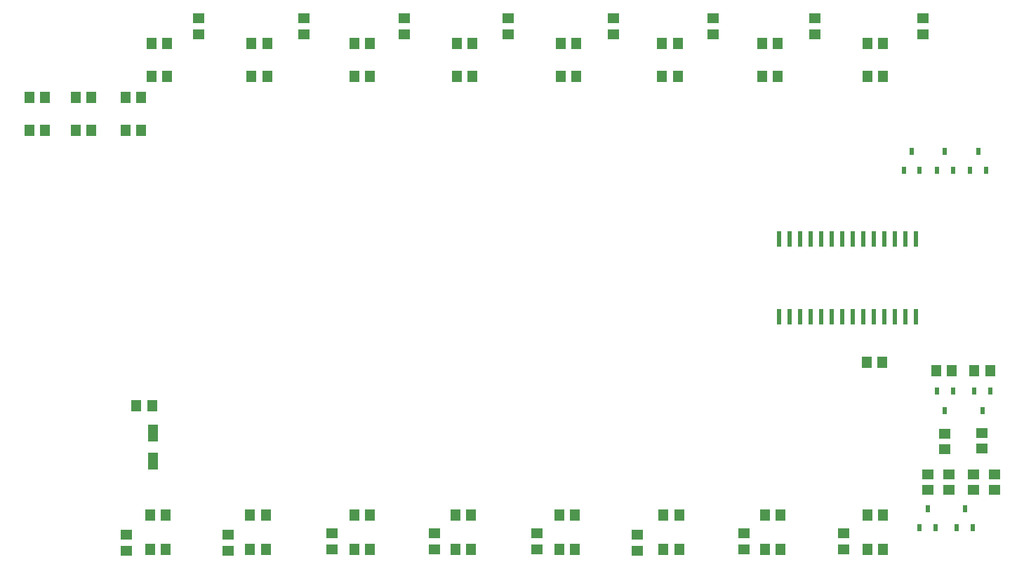
<source format=gbr>
G04 DipTrace 3.3.1.3*
G04 TopPaste.gbr*
%MOIN*%
G04 #@! TF.FileFunction,Paste,Top*
G04 #@! TF.Part,Single*
%ADD47R,0.019622X0.07474*%
%ADD51R,0.055055X0.047181*%
%ADD63R,0.021591X0.037339*%
%ADD65R,0.051118X0.084583*%
%ADD67R,0.047181X0.055055*%
%FSLAX26Y26*%
G04*
G70*
G90*
G75*
G01*
G04 TopPaste*
%LPD*%
D67*
X4527874Y1732598D3*
X4453071D3*
X984567Y1525906D3*
X1059370D3*
D65*
X1063307Y1397953D3*
Y1264094D3*
D67*
X1131319Y3250266D3*
X1056516D3*
X1606319D3*
X1531516D3*
X2093819Y3250265D3*
X2019016D3*
X2581319Y3250266D3*
X2506516D3*
X3075070D3*
X3000266D3*
X3556319D3*
X3481516D3*
X4031319Y3250265D3*
X3956516D3*
X4531319Y3250266D3*
X4456516D3*
X1050266Y844016D3*
X1125070D3*
X1525276D3*
X1600079D3*
X2019016D3*
X2093819D3*
X2500266D3*
X2575070D3*
X2994016D3*
X3068819D3*
X3487776D3*
X3562579D3*
X3969016D3*
X4043819D3*
X4456535D3*
X4531339D3*
D63*
X4787717Y2645984D3*
X4862520D3*
X4825118Y2736535D3*
X4945197Y2645984D3*
X5020000D3*
X4982598Y2736535D3*
X4630236Y2645984D3*
X4705039D3*
X4667638Y2736535D3*
D67*
X1008189Y2992441D3*
X933386D3*
X771969D3*
X697165D3*
X551496D3*
X476693D3*
D63*
X5039685Y1594803D3*
X4964882D3*
X5002283Y1504252D3*
X4862520Y1594803D3*
X4787717D3*
X4825118Y1504252D3*
X4882205Y945197D3*
X4957008D3*
X4919606Y1035748D3*
X4705039Y945197D3*
X4779843D3*
X4742441Y1035748D3*
D51*
X1281516Y3369016D3*
Y3294213D3*
X1781535Y3369016D3*
Y3294213D3*
X2256535Y3369016D3*
Y3294213D3*
X2750276Y3369016D3*
Y3294213D3*
X3250265Y3369016D3*
Y3294213D3*
X3725266Y3369016D3*
Y3294213D3*
X4206516Y3369016D3*
Y3294213D3*
X4719016Y3369016D3*
Y3294213D3*
X937766Y837766D3*
Y912570D3*
X1419016Y837766D3*
Y912570D3*
X1912766Y844016D3*
Y918819D3*
X2400265Y844016D3*
Y918819D3*
X2887766Y844016D3*
Y918819D3*
X3362766Y837766D3*
Y912570D3*
X3869016Y844016D3*
Y918819D3*
X4344016Y844016D3*
Y918819D3*
D67*
X551496Y2834961D3*
X476693D3*
X5039685Y1693228D3*
X4964882D3*
D51*
X5000315Y1323150D3*
Y1397953D3*
D67*
X4858583Y1693228D3*
X4783780D3*
D51*
X4823150Y1319213D3*
Y1394016D3*
X5059370Y1201102D3*
Y1126299D3*
X4960945Y1201102D3*
Y1126299D3*
X4842835Y1201102D3*
Y1126299D3*
X4744409Y1201102D3*
Y1126299D3*
D67*
X771969Y2834961D3*
X697165D3*
X1008189D3*
X933386D3*
X1056516Y3094016D3*
X1131319D3*
X1606319D3*
X1531516D3*
X2094016D3*
X2019213D3*
X2581319D3*
X2506516D3*
X3075070D3*
X3000266D3*
X3556319D3*
X3481516D3*
X4031319D3*
X3956516D3*
X4531319D3*
X4456516D3*
X1050266Y1006516D3*
X1125070D3*
X1525266D3*
X1600070D3*
X2019016D3*
X2093819D3*
X2500247D3*
X2575050D3*
X2994016D3*
X3068819D3*
X3487766D3*
X3562570D3*
X3969016D3*
X4043819D3*
X4456516D3*
X4531319D3*
D47*
X4035748Y1949134D3*
X4085748D3*
X4135748D3*
X4185748D3*
X4235748D3*
X4285748D3*
X4335748D3*
X4385748D3*
X4435748D3*
X4485748D3*
X4535748D3*
X4585748D3*
X4635748D3*
X4685748D3*
Y2319213D3*
X4635748D3*
X4585748D3*
X4535748D3*
X4485748D3*
X4435748D3*
X4385748D3*
X4335748D3*
X4285748D3*
X4235748D3*
X4185748D3*
X4135748D3*
X4085748D3*
X4035748D3*
M02*

</source>
